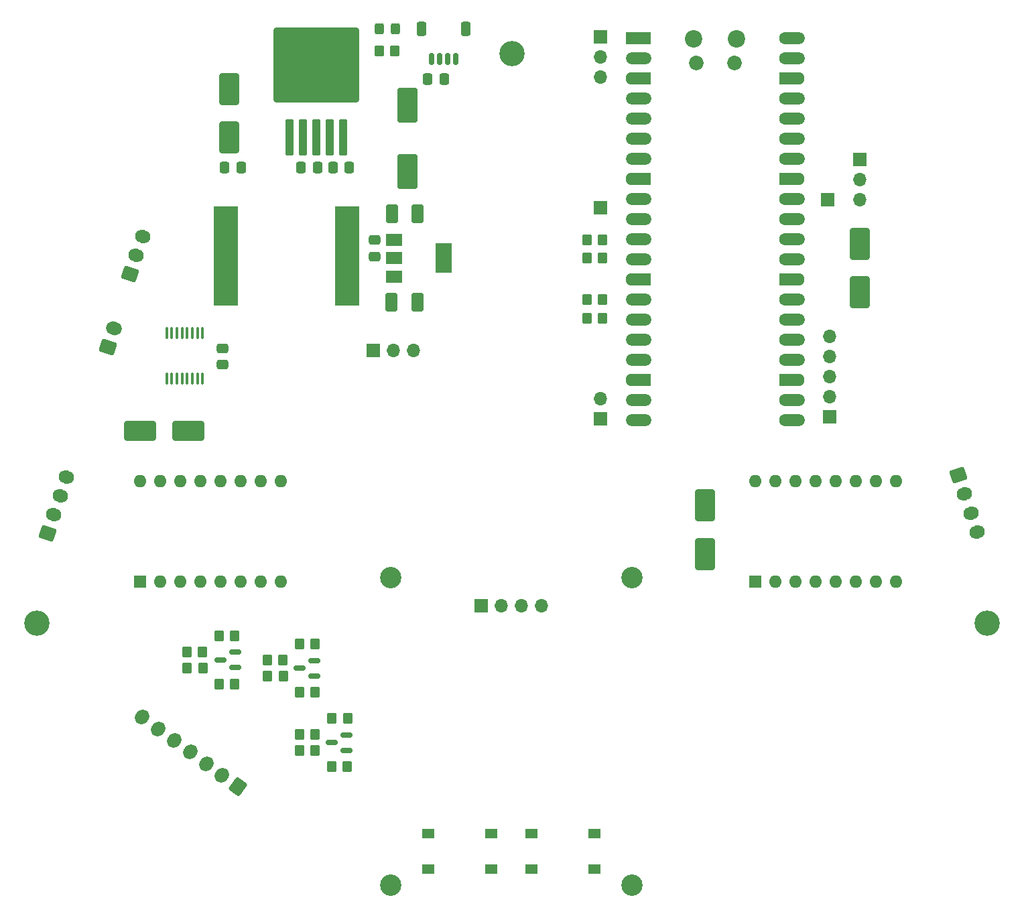
<source format=gts>
G04 #@! TF.GenerationSoftware,KiCad,Pcbnew,7.0.10-7.0.10~ubuntu23.10.1*
G04 #@! TF.CreationDate,2024-01-06T16:48:24+01:00*
G04 #@! TF.ProjectId,valiant-turtle-2,76616c69-616e-4742-9d74-7572746c652d,rev?*
G04 #@! TF.SameCoordinates,Original*
G04 #@! TF.FileFunction,Soldermask,Top*
G04 #@! TF.FilePolarity,Negative*
%FSLAX46Y46*%
G04 Gerber Fmt 4.6, Leading zero omitted, Abs format (unit mm)*
G04 Created by KiCad (PCBNEW 7.0.10-7.0.10~ubuntu23.10.1) date 2024-01-06 16:48:24*
%MOMM*%
%LPD*%
G01*
G04 APERTURE LIST*
G04 Aperture macros list*
%AMRoundRect*
0 Rectangle with rounded corners*
0 $1 Rounding radius*
0 $2 $3 $4 $5 $6 $7 $8 $9 X,Y pos of 4 corners*
0 Add a 4 corners polygon primitive as box body*
4,1,4,$2,$3,$4,$5,$6,$7,$8,$9,$2,$3,0*
0 Add four circle primitives for the rounded corners*
1,1,$1+$1,$2,$3*
1,1,$1+$1,$4,$5*
1,1,$1+$1,$6,$7*
1,1,$1+$1,$8,$9*
0 Add four rect primitives between the rounded corners*
20,1,$1+$1,$2,$3,$4,$5,0*
20,1,$1+$1,$4,$5,$6,$7,0*
20,1,$1+$1,$6,$7,$8,$9,0*
20,1,$1+$1,$8,$9,$2,$3,0*%
%AMHorizOval*
0 Thick line with rounded ends*
0 $1 width*
0 $2 $3 position (X,Y) of the first rounded end (center of the circle)*
0 $4 $5 position (X,Y) of the second rounded end (center of the circle)*
0 Add line between two ends*
20,1,$1,$2,$3,$4,$5,0*
0 Add two circle primitives to create the rounded ends*
1,1,$1,$2,$3*
1,1,$1,$4,$5*%
%AMFreePoly0*
4,1,28,0.178017,0.779942,0.347107,0.720775,0.498792,0.625465,0.625465,0.498792,0.720775,0.347107,0.779942,0.178017,0.800000,0.000000,0.779942,-0.178017,0.720775,-0.347107,0.625465,-0.498792,0.498792,-0.625465,0.347107,-0.720775,0.178017,-0.779942,0.000000,-0.800000,-2.200000,-0.800000,-2.205014,-0.794986,-2.244504,-0.794986,-2.324698,-0.756366,-2.380194,-0.686777,-2.400000,-0.600000,
-2.400000,0.600000,-2.380194,0.686777,-2.324698,0.756366,-2.244504,0.794986,-2.205014,0.794986,-2.200000,0.800000,0.000000,0.800000,0.178017,0.779942,0.178017,0.779942,$1*%
%AMFreePoly1*
4,1,28,0.605014,0.794986,0.644504,0.794986,0.724698,0.756366,0.780194,0.686777,0.800000,0.600000,0.800000,-0.600000,0.780194,-0.686777,0.724698,-0.756366,0.644504,-0.794986,0.605014,-0.794986,0.600000,-0.800000,0.000000,-0.800000,-0.178017,-0.779942,-0.347107,-0.720775,-0.498792,-0.625465,-0.625465,-0.498792,-0.720775,-0.347107,-0.779942,-0.178017,-0.800000,0.000000,-0.779942,0.178017,
-0.720775,0.347107,-0.625465,0.498792,-0.498792,0.625465,-0.347107,0.720775,-0.178017,0.779942,0.000000,0.800000,0.600000,0.800000,0.605014,0.794986,0.605014,0.794986,$1*%
%AMFreePoly2*
4,1,29,0.605014,0.794986,0.644504,0.794986,0.724698,0.756366,0.780194,0.686777,0.800000,0.600000,0.800000,-0.600000,0.780194,-0.686777,0.724698,-0.756366,0.644504,-0.794986,0.605014,-0.794986,0.600000,-0.800000,0.000000,-0.800000,-1.600000,-0.800000,-1.778017,-0.779942,-1.947107,-0.720775,-2.098792,-0.625465,-2.225465,-0.498792,-2.320775,-0.347107,-2.379942,-0.178017,-2.400000,0.000000,
-2.379942,0.178017,-2.320775,0.347107,-2.225465,0.498792,-2.098792,0.625465,-1.947107,0.720775,-1.778017,0.779942,-1.600000,0.800000,0.600000,0.800000,0.605014,0.794986,0.605014,0.794986,$1*%
%AMFreePoly3*
4,1,28,0.178017,0.779942,0.347107,0.720775,0.498792,0.625465,0.625465,0.498792,0.720775,0.347107,0.779942,0.178017,0.800000,0.000000,0.779942,-0.178017,0.720775,-0.347107,0.625465,-0.498792,0.498792,-0.625465,0.347107,-0.720775,0.178017,-0.779942,0.000000,-0.800000,-0.600000,-0.800000,-0.605014,-0.794986,-0.644504,-0.794986,-0.724698,-0.756366,-0.780194,-0.686777,-0.800000,-0.600000,
-0.800000,0.600000,-0.780194,0.686777,-0.724698,0.756366,-0.644504,0.794986,-0.605014,0.794986,-0.600000,0.800000,0.000000,0.800000,0.178017,0.779942,0.178017,0.779942,$1*%
%AMFreePoly4*
4,1,29,1.778017,0.779942,1.947107,0.720775,2.098792,0.625465,2.225465,0.498792,2.320775,0.347107,2.379942,0.178017,2.400000,0.000000,2.379942,-0.178017,2.320775,-0.347107,2.225465,-0.498792,2.098792,-0.625465,1.947107,-0.720775,1.778017,-0.779942,1.600000,-0.800000,0.000000,-0.800000,-0.600000,-0.800000,-0.605014,-0.794986,-0.644504,-0.794986,-0.724698,-0.756366,-0.780194,-0.686777,
-0.800000,-0.600000,-0.800000,0.600000,-0.780194,0.686777,-0.724698,0.756366,-0.644504,0.794986,-0.605014,0.794986,-0.600000,0.800000,1.600000,0.800000,1.778017,0.779942,1.778017,0.779942,$1*%
G04 Aperture macros list end*
%ADD10RoundRect,0.250000X0.337500X0.475000X-0.337500X0.475000X-0.337500X-0.475000X0.337500X-0.475000X0*%
%ADD11RoundRect,0.250000X-1.750000X-1.000000X1.750000X-1.000000X1.750000X1.000000X-1.750000X1.000000X0*%
%ADD12RoundRect,0.250000X-0.337500X-0.475000X0.337500X-0.475000X0.337500X0.475000X-0.337500X0.475000X0*%
%ADD13RoundRect,0.250000X-0.350000X-0.450000X0.350000X-0.450000X0.350000X0.450000X-0.350000X0.450000X0*%
%ADD14RoundRect,0.250000X0.527882X-0.802397X0.898703X0.338871X-0.527882X0.802397X-0.898703X-0.338871X0*%
%ADD15HorizOval,1.700000X-0.142658X0.046353X0.142658X-0.046353X0*%
%ADD16RoundRect,0.250000X0.350000X0.450000X-0.350000X0.450000X-0.350000X-0.450000X0.350000X-0.450000X0*%
%ADD17RoundRect,0.250000X-1.000000X1.750000X-1.000000X-1.750000X1.000000X-1.750000X1.000000X1.750000X0*%
%ADD18R,1.700000X1.700000*%
%ADD19O,1.700000X1.700000*%
%ADD20C,2.700000*%
%ADD21R,1.600000X1.600000*%
%ADD22O,1.600000X1.600000*%
%ADD23RoundRect,0.250000X0.300000X-2.050000X0.300000X2.050000X-0.300000X2.050000X-0.300000X-2.050000X0*%
%ADD24RoundRect,0.250002X5.149998X-4.449998X5.149998X4.449998X-5.149998X4.449998X-5.149998X-4.449998X0*%
%ADD25R,3.150000X12.500000*%
%ADD26C,3.200000*%
%ADD27RoundRect,0.150000X0.150000X0.625000X-0.150000X0.625000X-0.150000X-0.625000X0.150000X-0.625000X0*%
%ADD28RoundRect,0.250000X0.350000X0.650000X-0.350000X0.650000X-0.350000X-0.650000X0.350000X-0.650000X0*%
%ADD29RoundRect,0.150000X0.587500X0.150000X-0.587500X0.150000X-0.587500X-0.150000X0.587500X-0.150000X0*%
%ADD30R,2.000000X1.500000*%
%ADD31R,2.000000X3.800000*%
%ADD32RoundRect,0.250001X-0.499999X-0.924999X0.499999X-0.924999X0.499999X0.924999X-0.499999X0.924999X0*%
%ADD33RoundRect,0.250000X0.911555X0.233866X-0.059266X0.939208X-0.911555X-0.233866X0.059266X-0.939208X0*%
%ADD34HorizOval,1.700000X0.073473X0.101127X-0.073473X-0.101127X0*%
%ADD35RoundRect,0.250000X1.000000X-1.950000X1.000000X1.950000X-1.000000X1.950000X-1.000000X-1.950000X0*%
%ADD36RoundRect,0.250000X0.504106X-0.794671X0.874926X0.346597X-0.504106X0.794671X-0.874926X-0.346597X0*%
%ADD37HorizOval,1.700000X-0.118882X0.038627X0.118882X-0.038627X0*%
%ADD38RoundRect,0.250000X-0.874926X0.346597X-0.504106X-0.794671X0.874926X-0.346597X0.504106X0.794671X0*%
%ADD39HorizOval,1.700000X-0.118882X-0.038627X0.118882X0.038627X0*%
%ADD40C,2.200000*%
%ADD41C,1.850000*%
%ADD42RoundRect,0.200000X-0.600000X-0.600000X0.600000X-0.600000X0.600000X0.600000X-0.600000X0.600000X0*%
%ADD43FreePoly0,0.000000*%
%ADD44C,1.600000*%
%ADD45RoundRect,0.800000X-0.800000X0.000000X0.800000X0.000000X0.800000X0.000000X-0.800000X0.000000X0*%
%ADD46FreePoly1,0.000000*%
%ADD47FreePoly2,0.000000*%
%ADD48FreePoly3,0.000000*%
%ADD49FreePoly4,0.000000*%
%ADD50RoundRect,0.250000X1.000000X-1.750000X1.000000X1.750000X-1.000000X1.750000X-1.000000X-1.750000X0*%
%ADD51RoundRect,0.250000X-0.475000X0.337500X-0.475000X-0.337500X0.475000X-0.337500X0.475000X0.337500X0*%
%ADD52RoundRect,0.250000X0.325000X0.450000X-0.325000X0.450000X-0.325000X-0.450000X0.325000X-0.450000X0*%
%ADD53RoundRect,0.250000X0.475000X-0.337500X0.475000X0.337500X-0.475000X0.337500X-0.475000X-0.337500X0*%
%ADD54R,1.550000X1.300000*%
%ADD55RoundRect,0.100000X0.100000X-0.637500X0.100000X0.637500X-0.100000X0.637500X-0.100000X-0.637500X0*%
G04 APERTURE END LIST*
D10*
X87419000Y-51562000D03*
X85344000Y-51562000D03*
D11*
X49020000Y-96012000D03*
X55120000Y-96012000D03*
D12*
X59690000Y-62738000D03*
X61765000Y-62738000D03*
D13*
X54912000Y-123952000D03*
X56912000Y-123952000D03*
D14*
X44947458Y-85435641D03*
D15*
X45720000Y-83058000D03*
D16*
X75184000Y-138430000D03*
X73184000Y-138430000D03*
D17*
X120396000Y-105416000D03*
X120396000Y-111516000D03*
D13*
X65088000Y-127000000D03*
X67088000Y-127000000D03*
D18*
X139954000Y-61722000D03*
D19*
X139954000Y-64262000D03*
X139954000Y-66802000D03*
D20*
X111125000Y-153416000D03*
D13*
X73216000Y-132334000D03*
X75216000Y-132334000D03*
D21*
X126746000Y-115062000D03*
D22*
X129286000Y-115062000D03*
X131826000Y-115062000D03*
X134366000Y-115062000D03*
X136906000Y-115062000D03*
X139446000Y-115062000D03*
X141986000Y-115062000D03*
X144526000Y-115062000D03*
X144526000Y-102362000D03*
X141986000Y-102362000D03*
X139446000Y-102362000D03*
X136906000Y-102362000D03*
X134366000Y-102362000D03*
X131826000Y-102362000D03*
X129286000Y-102362000D03*
X126746000Y-102362000D03*
D13*
X58960000Y-121920000D03*
X60960000Y-121920000D03*
D23*
X67876000Y-58928000D03*
X69576000Y-58928000D03*
X71276000Y-58928000D03*
D24*
X71276000Y-49778000D03*
D23*
X72976000Y-58928000D03*
X74676000Y-58928000D03*
D25*
X59834000Y-73914000D03*
X75184000Y-73914000D03*
D26*
X95981600Y-48312000D03*
D27*
X88833000Y-49022000D03*
X87833000Y-49022000D03*
X86833000Y-49022000D03*
X85833000Y-49022000D03*
D28*
X90133000Y-45147000D03*
X84533000Y-45147000D03*
D29*
X60992000Y-125852000D03*
X60992000Y-123952000D03*
X59117000Y-124902000D03*
D16*
X71120000Y-129032000D03*
X69120000Y-129032000D03*
D18*
X135890000Y-66802000D03*
D12*
X69357000Y-62738000D03*
X71432000Y-62738000D03*
D18*
X78486000Y-85852000D03*
D19*
X81026000Y-85852000D03*
X83566000Y-85852000D03*
D30*
X81077000Y-71868000D03*
X81077000Y-74168000D03*
D31*
X87377000Y-74168000D03*
D30*
X81077000Y-76468000D03*
D32*
X80824000Y-68580000D03*
X84074000Y-68580000D03*
D33*
X61385040Y-140977123D03*
D34*
X59362498Y-139507660D03*
X57339955Y-138038197D03*
X55317413Y-136568734D03*
X53294870Y-135099270D03*
X51272328Y-133629807D03*
X49249785Y-132160344D03*
D29*
X75059000Y-136332000D03*
X75059000Y-134432000D03*
X73184000Y-135382000D03*
D35*
X82804000Y-63246000D03*
X82804000Y-54846000D03*
D18*
X92075000Y-118110000D03*
D19*
X94615000Y-118110000D03*
X97155000Y-118110000D03*
X99695000Y-118110000D03*
D36*
X47752000Y-76200000D03*
D37*
X48524542Y-73822359D03*
X49297085Y-71444717D03*
D12*
X73363000Y-62738000D03*
X75438000Y-62738000D03*
D16*
X107442000Y-74168000D03*
X105442000Y-74168000D03*
D38*
X152400000Y-101600000D03*
D39*
X153172542Y-103977641D03*
X153945085Y-106355283D03*
X154717627Y-108732924D03*
D18*
X136144000Y-94234000D03*
D19*
X136144000Y-91694000D03*
X136144000Y-89154000D03*
X136144000Y-86614000D03*
X136144000Y-84074000D03*
D40*
X118941000Y-46485000D03*
D41*
X119241000Y-49515000D03*
X124091000Y-49515000D03*
D40*
X124391000Y-46485000D03*
D42*
X112776000Y-46355000D03*
D43*
X112776000Y-46355000D03*
D44*
X112776000Y-48895000D03*
D45*
X111976000Y-48895000D03*
D46*
X112776000Y-51435000D03*
D47*
X112776000Y-51435000D03*
D44*
X112776000Y-53975000D03*
D45*
X111976000Y-53975000D03*
D44*
X112776000Y-56515000D03*
D45*
X111976000Y-56515000D03*
D44*
X112776000Y-59055000D03*
D45*
X111976000Y-59055000D03*
D44*
X112776000Y-61595000D03*
D45*
X111976000Y-61595000D03*
D46*
X112776000Y-64135000D03*
D47*
X112776000Y-64135000D03*
D44*
X112776000Y-66675000D03*
D45*
X111976000Y-66675000D03*
D44*
X112776000Y-69215000D03*
D45*
X111976000Y-69215000D03*
D44*
X112776000Y-71755000D03*
D45*
X111976000Y-71755000D03*
D44*
X112776000Y-74295000D03*
D45*
X111976000Y-74295000D03*
D46*
X112776000Y-76835000D03*
D47*
X112776000Y-76835000D03*
D44*
X112776000Y-79375000D03*
D45*
X111976000Y-79375000D03*
D44*
X112776000Y-81915000D03*
D45*
X111976000Y-81915000D03*
D44*
X112776000Y-84455000D03*
D45*
X111976000Y-84455000D03*
D44*
X112776000Y-86995000D03*
D45*
X111976000Y-86995000D03*
D46*
X112776000Y-89535000D03*
D47*
X112776000Y-89535000D03*
D44*
X112776000Y-92075000D03*
D45*
X111976000Y-92075000D03*
D44*
X112776000Y-94615000D03*
D45*
X111976000Y-94615000D03*
D44*
X130556000Y-94615000D03*
D45*
X131356000Y-94615000D03*
D44*
X130556000Y-92075000D03*
D45*
X131356000Y-92075000D03*
D48*
X130556000Y-89535000D03*
D49*
X130556000Y-89535000D03*
D44*
X130556000Y-86995000D03*
D45*
X131356000Y-86995000D03*
D44*
X130556000Y-84455000D03*
D45*
X131356000Y-84455000D03*
D44*
X130556000Y-81915000D03*
D45*
X131356000Y-81915000D03*
D44*
X130556000Y-79375000D03*
D45*
X131356000Y-79375000D03*
D48*
X130556000Y-76835000D03*
D49*
X130556000Y-76835000D03*
D44*
X130556000Y-74295000D03*
D45*
X131356000Y-74295000D03*
D44*
X130556000Y-71755000D03*
D45*
X131356000Y-71755000D03*
D44*
X130556000Y-69215000D03*
D45*
X131356000Y-69215000D03*
D44*
X130556000Y-66675000D03*
D45*
X131356000Y-66675000D03*
D48*
X130556000Y-64135000D03*
D49*
X130556000Y-64135000D03*
D44*
X130556000Y-61595000D03*
D45*
X131356000Y-61595000D03*
D44*
X130556000Y-59055000D03*
D45*
X131356000Y-59055000D03*
D44*
X130556000Y-56515000D03*
D45*
X131356000Y-56515000D03*
D44*
X130556000Y-53975000D03*
D45*
X131356000Y-53975000D03*
D48*
X130556000Y-51435000D03*
D49*
X130556000Y-51435000D03*
D44*
X130556000Y-48895000D03*
D45*
X131356000Y-48895000D03*
D44*
X130556000Y-46355000D03*
D45*
X131356000Y-46355000D03*
D16*
X81205000Y-48006000D03*
X79205000Y-48006000D03*
D13*
X105458000Y-79375000D03*
X107458000Y-79375000D03*
D50*
X60256000Y-58928000D03*
X60256000Y-52828000D03*
D13*
X69120000Y-136398000D03*
X71120000Y-136398000D03*
D20*
X80645000Y-153416000D03*
D18*
X107188000Y-46228000D03*
D19*
X107188000Y-48768000D03*
X107188000Y-51308000D03*
D51*
X59436000Y-85555000D03*
X59436000Y-87630000D03*
D52*
X81255000Y-45212000D03*
X79205000Y-45212000D03*
D20*
X111125000Y-114554000D03*
D13*
X69136000Y-122936000D03*
X71136000Y-122936000D03*
X54928000Y-125984000D03*
X56928000Y-125984000D03*
X69120000Y-134366000D03*
X71120000Y-134366000D03*
D29*
X70995000Y-126934000D03*
X70995000Y-125034000D03*
X69120000Y-125984000D03*
D18*
X107188000Y-67818000D03*
D26*
X35981600Y-120312000D03*
D21*
X49022000Y-115062000D03*
D22*
X51562000Y-115062000D03*
X54102000Y-115062000D03*
X56642000Y-115062000D03*
X59182000Y-115062000D03*
X61722000Y-115062000D03*
X64262000Y-115062000D03*
X66802000Y-115062000D03*
X66802000Y-102362000D03*
X64262000Y-102362000D03*
X61722000Y-102362000D03*
X59182000Y-102362000D03*
X56642000Y-102362000D03*
X54102000Y-102362000D03*
X51562000Y-102362000D03*
X49022000Y-102362000D03*
D20*
X80645000Y-114554000D03*
D36*
X37338000Y-108966000D03*
D37*
X38110542Y-106588359D03*
X38883085Y-104210717D03*
X39655627Y-101833076D03*
D53*
X78639000Y-73957000D03*
X78639000Y-71882000D03*
D32*
X80772000Y-79756000D03*
X84022000Y-79756000D03*
D16*
X107442000Y-71882000D03*
X105442000Y-71882000D03*
D18*
X107188000Y-94488000D03*
D19*
X107188000Y-91948000D03*
D26*
X155981600Y-120312000D03*
D17*
X139954000Y-72390000D03*
X139954000Y-78490000D03*
D16*
X60960000Y-128016000D03*
X58960000Y-128016000D03*
D54*
X98425000Y-146884000D03*
X106375000Y-146884000D03*
X98425000Y-151384000D03*
X106375000Y-151384000D03*
X85395000Y-146884000D03*
X93345000Y-146884000D03*
X85395000Y-151384000D03*
X93345000Y-151384000D03*
D55*
X52346000Y-89365000D03*
X52996000Y-89365000D03*
X53646000Y-89365000D03*
X54296000Y-89365000D03*
X54946000Y-89365000D03*
X55596000Y-89365000D03*
X56246000Y-89365000D03*
X56896000Y-89365000D03*
X56896000Y-83640000D03*
X56246000Y-83640000D03*
X55596000Y-83640000D03*
X54946000Y-83640000D03*
X54296000Y-83640000D03*
X53646000Y-83640000D03*
X52996000Y-83640000D03*
X52346000Y-83640000D03*
D13*
X105442000Y-81788000D03*
X107442000Y-81788000D03*
X65072000Y-124968000D03*
X67072000Y-124968000D03*
M02*

</source>
